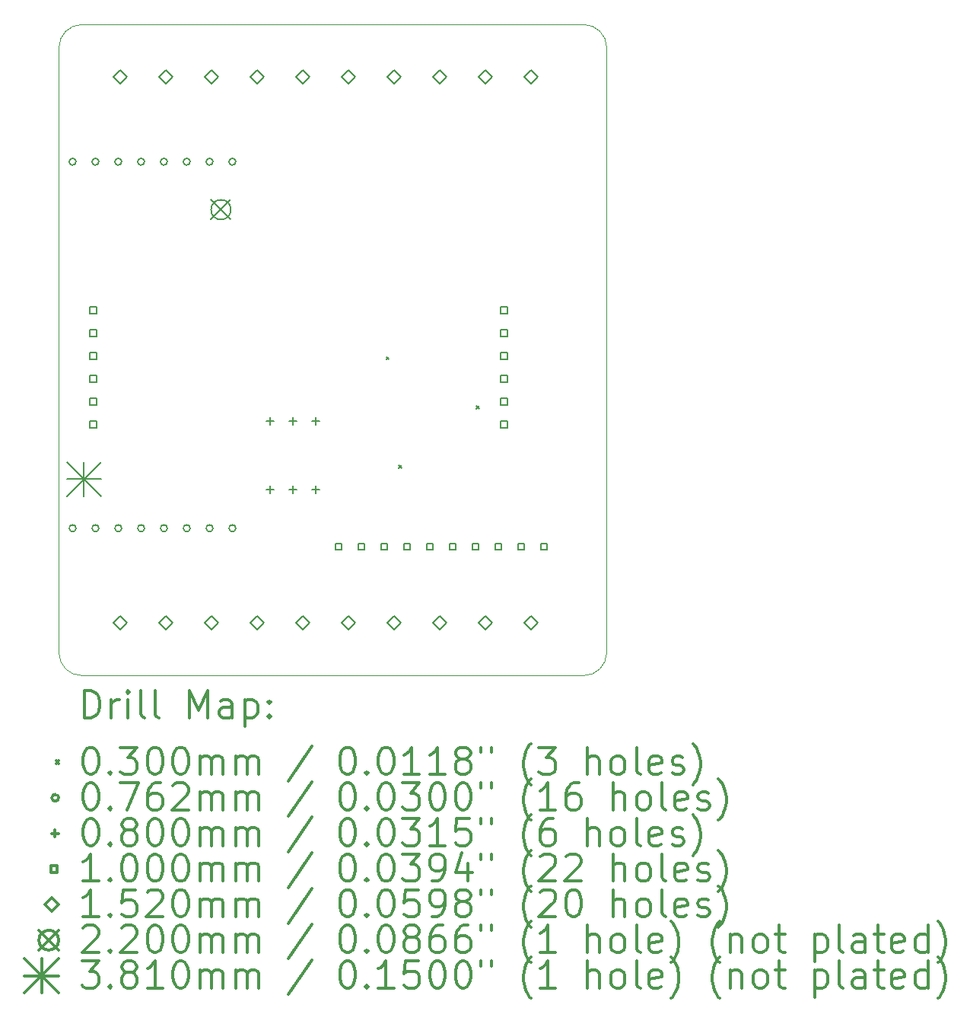
<source format=gbr>
%FSLAX45Y45*%
G04 Gerber Fmt 4.5, Leading zero omitted, Abs format (unit mm)*
G04 Created by KiCad (PCBNEW 5.1.10-88a1d61d58~88~ubuntu20.04.1) date 2021-06-06 19:54:44*
%MOMM*%
%LPD*%
G01*
G04 APERTURE LIST*
%TA.AperFunction,Profile*%
%ADD10C,0.050000*%
%TD*%
%ADD11C,0.200000*%
%ADD12C,0.300000*%
G04 APERTURE END LIST*
D10*
X12192000Y-5461000D02*
G75*
G02*
X12446000Y-5715000I0J-254000D01*
G01*
X12446000Y-12446000D02*
G75*
G02*
X12192000Y-12700000I-254000J0D01*
G01*
X6604000Y-12700000D02*
G75*
G02*
X6350000Y-12446000I0J254000D01*
G01*
X6350000Y-5715000D02*
G75*
G02*
X6604000Y-5461000I254000J0D01*
G01*
X12446000Y-5715000D02*
X12446000Y-12446000D01*
X6604000Y-12700000D02*
X12192000Y-12700000D01*
X6604000Y-5461000D02*
X12192000Y-5461000D01*
X6350000Y-12446000D02*
X6350000Y-5715000D01*
D11*
X9992600Y-9154400D02*
X10022600Y-9184400D01*
X10022600Y-9154400D02*
X9992600Y-9184400D01*
X10133100Y-10360900D02*
X10163100Y-10390900D01*
X10163100Y-10360900D02*
X10133100Y-10390900D01*
X10995900Y-9700500D02*
X11025900Y-9730500D01*
X11025900Y-9700500D02*
X10995900Y-9730500D01*
X6540500Y-6985000D02*
G75*
G03*
X6540500Y-6985000I-38100J0D01*
G01*
X6540500Y-11061700D02*
G75*
G03*
X6540500Y-11061700I-38100J0D01*
G01*
X6794500Y-6985000D02*
G75*
G03*
X6794500Y-6985000I-38100J0D01*
G01*
X6794500Y-11061700D02*
G75*
G03*
X6794500Y-11061700I-38100J0D01*
G01*
X7048500Y-6985000D02*
G75*
G03*
X7048500Y-6985000I-38100J0D01*
G01*
X7048500Y-11061700D02*
G75*
G03*
X7048500Y-11061700I-38100J0D01*
G01*
X7302500Y-6985000D02*
G75*
G03*
X7302500Y-6985000I-38100J0D01*
G01*
X7302500Y-11061700D02*
G75*
G03*
X7302500Y-11061700I-38100J0D01*
G01*
X7556500Y-6985000D02*
G75*
G03*
X7556500Y-6985000I-38100J0D01*
G01*
X7556500Y-11061700D02*
G75*
G03*
X7556500Y-11061700I-38100J0D01*
G01*
X7810500Y-6985000D02*
G75*
G03*
X7810500Y-6985000I-38100J0D01*
G01*
X7810500Y-11061700D02*
G75*
G03*
X7810500Y-11061700I-38100J0D01*
G01*
X8064500Y-6985000D02*
G75*
G03*
X8064500Y-6985000I-38100J0D01*
G01*
X8064500Y-11061700D02*
G75*
G03*
X8064500Y-11061700I-38100J0D01*
G01*
X8318500Y-6985000D02*
G75*
G03*
X8318500Y-6985000I-38100J0D01*
G01*
X8318500Y-11061700D02*
G75*
G03*
X8318500Y-11061700I-38100J0D01*
G01*
X8699500Y-9827900D02*
X8699500Y-9907900D01*
X8659500Y-9867900D02*
X8739500Y-9867900D01*
X8699500Y-10589900D02*
X8699500Y-10669900D01*
X8659500Y-10629900D02*
X8739500Y-10629900D01*
X8953500Y-9827900D02*
X8953500Y-9907900D01*
X8913500Y-9867900D02*
X8993500Y-9867900D01*
X8953500Y-10589900D02*
X8953500Y-10669900D01*
X8913500Y-10629900D02*
X8993500Y-10629900D01*
X9207500Y-9827900D02*
X9207500Y-9907900D01*
X9167500Y-9867900D02*
X9247500Y-9867900D01*
X9207500Y-10589900D02*
X9207500Y-10669900D01*
X9167500Y-10629900D02*
X9247500Y-10629900D01*
X6766356Y-8671356D02*
X6766356Y-8600644D01*
X6695644Y-8600644D01*
X6695644Y-8671356D01*
X6766356Y-8671356D01*
X6766356Y-8925356D02*
X6766356Y-8854644D01*
X6695644Y-8854644D01*
X6695644Y-8925356D01*
X6766356Y-8925356D01*
X6766356Y-9179356D02*
X6766356Y-9108644D01*
X6695644Y-9108644D01*
X6695644Y-9179356D01*
X6766356Y-9179356D01*
X6766356Y-9433356D02*
X6766356Y-9362644D01*
X6695644Y-9362644D01*
X6695644Y-9433356D01*
X6766356Y-9433356D01*
X6766356Y-9687356D02*
X6766356Y-9616644D01*
X6695644Y-9616644D01*
X6695644Y-9687356D01*
X6766356Y-9687356D01*
X6766356Y-9941356D02*
X6766356Y-9870644D01*
X6695644Y-9870644D01*
X6695644Y-9941356D01*
X6766356Y-9941356D01*
X9496856Y-11300256D02*
X9496856Y-11229544D01*
X9426144Y-11229544D01*
X9426144Y-11300256D01*
X9496856Y-11300256D01*
X9750856Y-11300256D02*
X9750856Y-11229544D01*
X9680144Y-11229544D01*
X9680144Y-11300256D01*
X9750856Y-11300256D01*
X10004856Y-11300256D02*
X10004856Y-11229544D01*
X9934144Y-11229544D01*
X9934144Y-11300256D01*
X10004856Y-11300256D01*
X10258856Y-11300256D02*
X10258856Y-11229544D01*
X10188144Y-11229544D01*
X10188144Y-11300256D01*
X10258856Y-11300256D01*
X10512856Y-11300256D02*
X10512856Y-11229544D01*
X10442144Y-11229544D01*
X10442144Y-11300256D01*
X10512856Y-11300256D01*
X10766856Y-11300256D02*
X10766856Y-11229544D01*
X10696144Y-11229544D01*
X10696144Y-11300256D01*
X10766856Y-11300256D01*
X11020856Y-11300256D02*
X11020856Y-11229544D01*
X10950144Y-11229544D01*
X10950144Y-11300256D01*
X11020856Y-11300256D01*
X11274856Y-11300256D02*
X11274856Y-11229544D01*
X11204144Y-11229544D01*
X11204144Y-11300256D01*
X11274856Y-11300256D01*
X11338356Y-8671356D02*
X11338356Y-8600644D01*
X11267644Y-8600644D01*
X11267644Y-8671356D01*
X11338356Y-8671356D01*
X11338356Y-8925356D02*
X11338356Y-8854644D01*
X11267644Y-8854644D01*
X11267644Y-8925356D01*
X11338356Y-8925356D01*
X11338356Y-9179356D02*
X11338356Y-9108644D01*
X11267644Y-9108644D01*
X11267644Y-9179356D01*
X11338356Y-9179356D01*
X11338356Y-9433356D02*
X11338356Y-9362644D01*
X11267644Y-9362644D01*
X11267644Y-9433356D01*
X11338356Y-9433356D01*
X11338356Y-9687356D02*
X11338356Y-9616644D01*
X11267644Y-9616644D01*
X11267644Y-9687356D01*
X11338356Y-9687356D01*
X11338356Y-9941356D02*
X11338356Y-9870644D01*
X11267644Y-9870644D01*
X11267644Y-9941356D01*
X11338356Y-9941356D01*
X11528856Y-11300256D02*
X11528856Y-11229544D01*
X11458144Y-11229544D01*
X11458144Y-11300256D01*
X11528856Y-11300256D01*
X11782856Y-11300256D02*
X11782856Y-11229544D01*
X11712144Y-11229544D01*
X11712144Y-11300256D01*
X11782856Y-11300256D01*
X7035800Y-6121200D02*
X7111800Y-6045200D01*
X7035800Y-5969200D01*
X6959800Y-6045200D01*
X7035800Y-6121200D01*
X7035800Y-12191800D02*
X7111800Y-12115800D01*
X7035800Y-12039800D01*
X6959800Y-12115800D01*
X7035800Y-12191800D01*
X7543800Y-6121200D02*
X7619800Y-6045200D01*
X7543800Y-5969200D01*
X7467800Y-6045200D01*
X7543800Y-6121200D01*
X7543800Y-12191800D02*
X7619800Y-12115800D01*
X7543800Y-12039800D01*
X7467800Y-12115800D01*
X7543800Y-12191800D01*
X8051800Y-6121200D02*
X8127800Y-6045200D01*
X8051800Y-5969200D01*
X7975800Y-6045200D01*
X8051800Y-6121200D01*
X8051800Y-12191800D02*
X8127800Y-12115800D01*
X8051800Y-12039800D01*
X7975800Y-12115800D01*
X8051800Y-12191800D01*
X8559800Y-6121200D02*
X8635800Y-6045200D01*
X8559800Y-5969200D01*
X8483800Y-6045200D01*
X8559800Y-6121200D01*
X8559800Y-12191800D02*
X8635800Y-12115800D01*
X8559800Y-12039800D01*
X8483800Y-12115800D01*
X8559800Y-12191800D01*
X9067800Y-6121200D02*
X9143800Y-6045200D01*
X9067800Y-5969200D01*
X8991800Y-6045200D01*
X9067800Y-6121200D01*
X9067800Y-12191800D02*
X9143800Y-12115800D01*
X9067800Y-12039800D01*
X8991800Y-12115800D01*
X9067800Y-12191800D01*
X9575800Y-6121200D02*
X9651800Y-6045200D01*
X9575800Y-5969200D01*
X9499800Y-6045200D01*
X9575800Y-6121200D01*
X9575800Y-12191800D02*
X9651800Y-12115800D01*
X9575800Y-12039800D01*
X9499800Y-12115800D01*
X9575800Y-12191800D01*
X10083800Y-6121200D02*
X10159800Y-6045200D01*
X10083800Y-5969200D01*
X10007800Y-6045200D01*
X10083800Y-6121200D01*
X10083800Y-12191800D02*
X10159800Y-12115800D01*
X10083800Y-12039800D01*
X10007800Y-12115800D01*
X10083800Y-12191800D01*
X10591800Y-6121200D02*
X10667800Y-6045200D01*
X10591800Y-5969200D01*
X10515800Y-6045200D01*
X10591800Y-6121200D01*
X10591800Y-12191800D02*
X10667800Y-12115800D01*
X10591800Y-12039800D01*
X10515800Y-12115800D01*
X10591800Y-12191800D01*
X11099800Y-6121200D02*
X11175800Y-6045200D01*
X11099800Y-5969200D01*
X11023800Y-6045200D01*
X11099800Y-6121200D01*
X11099800Y-12191800D02*
X11175800Y-12115800D01*
X11099800Y-12039800D01*
X11023800Y-12115800D01*
X11099800Y-12191800D01*
X11607800Y-6121200D02*
X11683800Y-6045200D01*
X11607800Y-5969200D01*
X11531800Y-6045200D01*
X11607800Y-6121200D01*
X11607800Y-12191800D02*
X11683800Y-12115800D01*
X11607800Y-12039800D01*
X11531800Y-12115800D01*
X11607800Y-12191800D01*
X8043400Y-7408400D02*
X8263400Y-7628400D01*
X8263400Y-7408400D02*
X8043400Y-7628400D01*
X8263400Y-7518400D02*
G75*
G03*
X8263400Y-7518400I-110000J0D01*
G01*
X6438900Y-10325100D02*
X6819900Y-10706100D01*
X6819900Y-10325100D02*
X6438900Y-10706100D01*
X6629400Y-10325100D02*
X6629400Y-10706100D01*
X6438900Y-10515600D02*
X6819900Y-10515600D01*
D12*
X6633928Y-13168214D02*
X6633928Y-12868214D01*
X6705357Y-12868214D01*
X6748214Y-12882500D01*
X6776786Y-12911071D01*
X6791071Y-12939643D01*
X6805357Y-12996786D01*
X6805357Y-13039643D01*
X6791071Y-13096786D01*
X6776786Y-13125357D01*
X6748214Y-13153929D01*
X6705357Y-13168214D01*
X6633928Y-13168214D01*
X6933928Y-13168214D02*
X6933928Y-12968214D01*
X6933928Y-13025357D02*
X6948214Y-12996786D01*
X6962500Y-12982500D01*
X6991071Y-12968214D01*
X7019643Y-12968214D01*
X7119643Y-13168214D02*
X7119643Y-12968214D01*
X7119643Y-12868214D02*
X7105357Y-12882500D01*
X7119643Y-12896786D01*
X7133928Y-12882500D01*
X7119643Y-12868214D01*
X7119643Y-12896786D01*
X7305357Y-13168214D02*
X7276786Y-13153929D01*
X7262500Y-13125357D01*
X7262500Y-12868214D01*
X7462500Y-13168214D02*
X7433928Y-13153929D01*
X7419643Y-13125357D01*
X7419643Y-12868214D01*
X7805357Y-13168214D02*
X7805357Y-12868214D01*
X7905357Y-13082500D01*
X8005357Y-12868214D01*
X8005357Y-13168214D01*
X8276786Y-13168214D02*
X8276786Y-13011071D01*
X8262500Y-12982500D01*
X8233928Y-12968214D01*
X8176786Y-12968214D01*
X8148214Y-12982500D01*
X8276786Y-13153929D02*
X8248214Y-13168214D01*
X8176786Y-13168214D01*
X8148214Y-13153929D01*
X8133928Y-13125357D01*
X8133928Y-13096786D01*
X8148214Y-13068214D01*
X8176786Y-13053929D01*
X8248214Y-13053929D01*
X8276786Y-13039643D01*
X8419643Y-12968214D02*
X8419643Y-13268214D01*
X8419643Y-12982500D02*
X8448214Y-12968214D01*
X8505357Y-12968214D01*
X8533928Y-12982500D01*
X8548214Y-12996786D01*
X8562500Y-13025357D01*
X8562500Y-13111071D01*
X8548214Y-13139643D01*
X8533928Y-13153929D01*
X8505357Y-13168214D01*
X8448214Y-13168214D01*
X8419643Y-13153929D01*
X8691071Y-13139643D02*
X8705357Y-13153929D01*
X8691071Y-13168214D01*
X8676786Y-13153929D01*
X8691071Y-13139643D01*
X8691071Y-13168214D01*
X8691071Y-12982500D02*
X8705357Y-12996786D01*
X8691071Y-13011071D01*
X8676786Y-12996786D01*
X8691071Y-12982500D01*
X8691071Y-13011071D01*
X6317500Y-13647500D02*
X6347500Y-13677500D01*
X6347500Y-13647500D02*
X6317500Y-13677500D01*
X6691071Y-13498214D02*
X6719643Y-13498214D01*
X6748214Y-13512500D01*
X6762500Y-13526786D01*
X6776786Y-13555357D01*
X6791071Y-13612500D01*
X6791071Y-13683929D01*
X6776786Y-13741071D01*
X6762500Y-13769643D01*
X6748214Y-13783929D01*
X6719643Y-13798214D01*
X6691071Y-13798214D01*
X6662500Y-13783929D01*
X6648214Y-13769643D01*
X6633928Y-13741071D01*
X6619643Y-13683929D01*
X6619643Y-13612500D01*
X6633928Y-13555357D01*
X6648214Y-13526786D01*
X6662500Y-13512500D01*
X6691071Y-13498214D01*
X6919643Y-13769643D02*
X6933928Y-13783929D01*
X6919643Y-13798214D01*
X6905357Y-13783929D01*
X6919643Y-13769643D01*
X6919643Y-13798214D01*
X7033928Y-13498214D02*
X7219643Y-13498214D01*
X7119643Y-13612500D01*
X7162500Y-13612500D01*
X7191071Y-13626786D01*
X7205357Y-13641071D01*
X7219643Y-13669643D01*
X7219643Y-13741071D01*
X7205357Y-13769643D01*
X7191071Y-13783929D01*
X7162500Y-13798214D01*
X7076786Y-13798214D01*
X7048214Y-13783929D01*
X7033928Y-13769643D01*
X7405357Y-13498214D02*
X7433928Y-13498214D01*
X7462500Y-13512500D01*
X7476786Y-13526786D01*
X7491071Y-13555357D01*
X7505357Y-13612500D01*
X7505357Y-13683929D01*
X7491071Y-13741071D01*
X7476786Y-13769643D01*
X7462500Y-13783929D01*
X7433928Y-13798214D01*
X7405357Y-13798214D01*
X7376786Y-13783929D01*
X7362500Y-13769643D01*
X7348214Y-13741071D01*
X7333928Y-13683929D01*
X7333928Y-13612500D01*
X7348214Y-13555357D01*
X7362500Y-13526786D01*
X7376786Y-13512500D01*
X7405357Y-13498214D01*
X7691071Y-13498214D02*
X7719643Y-13498214D01*
X7748214Y-13512500D01*
X7762500Y-13526786D01*
X7776786Y-13555357D01*
X7791071Y-13612500D01*
X7791071Y-13683929D01*
X7776786Y-13741071D01*
X7762500Y-13769643D01*
X7748214Y-13783929D01*
X7719643Y-13798214D01*
X7691071Y-13798214D01*
X7662500Y-13783929D01*
X7648214Y-13769643D01*
X7633928Y-13741071D01*
X7619643Y-13683929D01*
X7619643Y-13612500D01*
X7633928Y-13555357D01*
X7648214Y-13526786D01*
X7662500Y-13512500D01*
X7691071Y-13498214D01*
X7919643Y-13798214D02*
X7919643Y-13598214D01*
X7919643Y-13626786D02*
X7933928Y-13612500D01*
X7962500Y-13598214D01*
X8005357Y-13598214D01*
X8033928Y-13612500D01*
X8048214Y-13641071D01*
X8048214Y-13798214D01*
X8048214Y-13641071D02*
X8062500Y-13612500D01*
X8091071Y-13598214D01*
X8133928Y-13598214D01*
X8162500Y-13612500D01*
X8176786Y-13641071D01*
X8176786Y-13798214D01*
X8319643Y-13798214D02*
X8319643Y-13598214D01*
X8319643Y-13626786D02*
X8333928Y-13612500D01*
X8362500Y-13598214D01*
X8405357Y-13598214D01*
X8433928Y-13612500D01*
X8448214Y-13641071D01*
X8448214Y-13798214D01*
X8448214Y-13641071D02*
X8462500Y-13612500D01*
X8491071Y-13598214D01*
X8533928Y-13598214D01*
X8562500Y-13612500D01*
X8576786Y-13641071D01*
X8576786Y-13798214D01*
X9162500Y-13483929D02*
X8905357Y-13869643D01*
X9548214Y-13498214D02*
X9576786Y-13498214D01*
X9605357Y-13512500D01*
X9619643Y-13526786D01*
X9633928Y-13555357D01*
X9648214Y-13612500D01*
X9648214Y-13683929D01*
X9633928Y-13741071D01*
X9619643Y-13769643D01*
X9605357Y-13783929D01*
X9576786Y-13798214D01*
X9548214Y-13798214D01*
X9519643Y-13783929D01*
X9505357Y-13769643D01*
X9491071Y-13741071D01*
X9476786Y-13683929D01*
X9476786Y-13612500D01*
X9491071Y-13555357D01*
X9505357Y-13526786D01*
X9519643Y-13512500D01*
X9548214Y-13498214D01*
X9776786Y-13769643D02*
X9791071Y-13783929D01*
X9776786Y-13798214D01*
X9762500Y-13783929D01*
X9776786Y-13769643D01*
X9776786Y-13798214D01*
X9976786Y-13498214D02*
X10005357Y-13498214D01*
X10033928Y-13512500D01*
X10048214Y-13526786D01*
X10062500Y-13555357D01*
X10076786Y-13612500D01*
X10076786Y-13683929D01*
X10062500Y-13741071D01*
X10048214Y-13769643D01*
X10033928Y-13783929D01*
X10005357Y-13798214D01*
X9976786Y-13798214D01*
X9948214Y-13783929D01*
X9933928Y-13769643D01*
X9919643Y-13741071D01*
X9905357Y-13683929D01*
X9905357Y-13612500D01*
X9919643Y-13555357D01*
X9933928Y-13526786D01*
X9948214Y-13512500D01*
X9976786Y-13498214D01*
X10362500Y-13798214D02*
X10191071Y-13798214D01*
X10276786Y-13798214D02*
X10276786Y-13498214D01*
X10248214Y-13541071D01*
X10219643Y-13569643D01*
X10191071Y-13583929D01*
X10648214Y-13798214D02*
X10476786Y-13798214D01*
X10562500Y-13798214D02*
X10562500Y-13498214D01*
X10533928Y-13541071D01*
X10505357Y-13569643D01*
X10476786Y-13583929D01*
X10819643Y-13626786D02*
X10791071Y-13612500D01*
X10776786Y-13598214D01*
X10762500Y-13569643D01*
X10762500Y-13555357D01*
X10776786Y-13526786D01*
X10791071Y-13512500D01*
X10819643Y-13498214D01*
X10876786Y-13498214D01*
X10905357Y-13512500D01*
X10919643Y-13526786D01*
X10933928Y-13555357D01*
X10933928Y-13569643D01*
X10919643Y-13598214D01*
X10905357Y-13612500D01*
X10876786Y-13626786D01*
X10819643Y-13626786D01*
X10791071Y-13641071D01*
X10776786Y-13655357D01*
X10762500Y-13683929D01*
X10762500Y-13741071D01*
X10776786Y-13769643D01*
X10791071Y-13783929D01*
X10819643Y-13798214D01*
X10876786Y-13798214D01*
X10905357Y-13783929D01*
X10919643Y-13769643D01*
X10933928Y-13741071D01*
X10933928Y-13683929D01*
X10919643Y-13655357D01*
X10905357Y-13641071D01*
X10876786Y-13626786D01*
X11048214Y-13498214D02*
X11048214Y-13555357D01*
X11162500Y-13498214D02*
X11162500Y-13555357D01*
X11605357Y-13912500D02*
X11591071Y-13898214D01*
X11562500Y-13855357D01*
X11548214Y-13826786D01*
X11533928Y-13783929D01*
X11519643Y-13712500D01*
X11519643Y-13655357D01*
X11533928Y-13583929D01*
X11548214Y-13541071D01*
X11562500Y-13512500D01*
X11591071Y-13469643D01*
X11605357Y-13455357D01*
X11691071Y-13498214D02*
X11876786Y-13498214D01*
X11776786Y-13612500D01*
X11819643Y-13612500D01*
X11848214Y-13626786D01*
X11862500Y-13641071D01*
X11876786Y-13669643D01*
X11876786Y-13741071D01*
X11862500Y-13769643D01*
X11848214Y-13783929D01*
X11819643Y-13798214D01*
X11733928Y-13798214D01*
X11705357Y-13783929D01*
X11691071Y-13769643D01*
X12233928Y-13798214D02*
X12233928Y-13498214D01*
X12362500Y-13798214D02*
X12362500Y-13641071D01*
X12348214Y-13612500D01*
X12319643Y-13598214D01*
X12276786Y-13598214D01*
X12248214Y-13612500D01*
X12233928Y-13626786D01*
X12548214Y-13798214D02*
X12519643Y-13783929D01*
X12505357Y-13769643D01*
X12491071Y-13741071D01*
X12491071Y-13655357D01*
X12505357Y-13626786D01*
X12519643Y-13612500D01*
X12548214Y-13598214D01*
X12591071Y-13598214D01*
X12619643Y-13612500D01*
X12633928Y-13626786D01*
X12648214Y-13655357D01*
X12648214Y-13741071D01*
X12633928Y-13769643D01*
X12619643Y-13783929D01*
X12591071Y-13798214D01*
X12548214Y-13798214D01*
X12819643Y-13798214D02*
X12791071Y-13783929D01*
X12776786Y-13755357D01*
X12776786Y-13498214D01*
X13048214Y-13783929D02*
X13019643Y-13798214D01*
X12962500Y-13798214D01*
X12933928Y-13783929D01*
X12919643Y-13755357D01*
X12919643Y-13641071D01*
X12933928Y-13612500D01*
X12962500Y-13598214D01*
X13019643Y-13598214D01*
X13048214Y-13612500D01*
X13062500Y-13641071D01*
X13062500Y-13669643D01*
X12919643Y-13698214D01*
X13176786Y-13783929D02*
X13205357Y-13798214D01*
X13262500Y-13798214D01*
X13291071Y-13783929D01*
X13305357Y-13755357D01*
X13305357Y-13741071D01*
X13291071Y-13712500D01*
X13262500Y-13698214D01*
X13219643Y-13698214D01*
X13191071Y-13683929D01*
X13176786Y-13655357D01*
X13176786Y-13641071D01*
X13191071Y-13612500D01*
X13219643Y-13598214D01*
X13262500Y-13598214D01*
X13291071Y-13612500D01*
X13405357Y-13912500D02*
X13419643Y-13898214D01*
X13448214Y-13855357D01*
X13462500Y-13826786D01*
X13476786Y-13783929D01*
X13491071Y-13712500D01*
X13491071Y-13655357D01*
X13476786Y-13583929D01*
X13462500Y-13541071D01*
X13448214Y-13512500D01*
X13419643Y-13469643D01*
X13405357Y-13455357D01*
X6347500Y-14058500D02*
G75*
G03*
X6347500Y-14058500I-38100J0D01*
G01*
X6691071Y-13894214D02*
X6719643Y-13894214D01*
X6748214Y-13908500D01*
X6762500Y-13922786D01*
X6776786Y-13951357D01*
X6791071Y-14008500D01*
X6791071Y-14079929D01*
X6776786Y-14137071D01*
X6762500Y-14165643D01*
X6748214Y-14179929D01*
X6719643Y-14194214D01*
X6691071Y-14194214D01*
X6662500Y-14179929D01*
X6648214Y-14165643D01*
X6633928Y-14137071D01*
X6619643Y-14079929D01*
X6619643Y-14008500D01*
X6633928Y-13951357D01*
X6648214Y-13922786D01*
X6662500Y-13908500D01*
X6691071Y-13894214D01*
X6919643Y-14165643D02*
X6933928Y-14179929D01*
X6919643Y-14194214D01*
X6905357Y-14179929D01*
X6919643Y-14165643D01*
X6919643Y-14194214D01*
X7033928Y-13894214D02*
X7233928Y-13894214D01*
X7105357Y-14194214D01*
X7476786Y-13894214D02*
X7419643Y-13894214D01*
X7391071Y-13908500D01*
X7376786Y-13922786D01*
X7348214Y-13965643D01*
X7333928Y-14022786D01*
X7333928Y-14137071D01*
X7348214Y-14165643D01*
X7362500Y-14179929D01*
X7391071Y-14194214D01*
X7448214Y-14194214D01*
X7476786Y-14179929D01*
X7491071Y-14165643D01*
X7505357Y-14137071D01*
X7505357Y-14065643D01*
X7491071Y-14037071D01*
X7476786Y-14022786D01*
X7448214Y-14008500D01*
X7391071Y-14008500D01*
X7362500Y-14022786D01*
X7348214Y-14037071D01*
X7333928Y-14065643D01*
X7619643Y-13922786D02*
X7633928Y-13908500D01*
X7662500Y-13894214D01*
X7733928Y-13894214D01*
X7762500Y-13908500D01*
X7776786Y-13922786D01*
X7791071Y-13951357D01*
X7791071Y-13979929D01*
X7776786Y-14022786D01*
X7605357Y-14194214D01*
X7791071Y-14194214D01*
X7919643Y-14194214D02*
X7919643Y-13994214D01*
X7919643Y-14022786D02*
X7933928Y-14008500D01*
X7962500Y-13994214D01*
X8005357Y-13994214D01*
X8033928Y-14008500D01*
X8048214Y-14037071D01*
X8048214Y-14194214D01*
X8048214Y-14037071D02*
X8062500Y-14008500D01*
X8091071Y-13994214D01*
X8133928Y-13994214D01*
X8162500Y-14008500D01*
X8176786Y-14037071D01*
X8176786Y-14194214D01*
X8319643Y-14194214D02*
X8319643Y-13994214D01*
X8319643Y-14022786D02*
X8333928Y-14008500D01*
X8362500Y-13994214D01*
X8405357Y-13994214D01*
X8433928Y-14008500D01*
X8448214Y-14037071D01*
X8448214Y-14194214D01*
X8448214Y-14037071D02*
X8462500Y-14008500D01*
X8491071Y-13994214D01*
X8533928Y-13994214D01*
X8562500Y-14008500D01*
X8576786Y-14037071D01*
X8576786Y-14194214D01*
X9162500Y-13879929D02*
X8905357Y-14265643D01*
X9548214Y-13894214D02*
X9576786Y-13894214D01*
X9605357Y-13908500D01*
X9619643Y-13922786D01*
X9633928Y-13951357D01*
X9648214Y-14008500D01*
X9648214Y-14079929D01*
X9633928Y-14137071D01*
X9619643Y-14165643D01*
X9605357Y-14179929D01*
X9576786Y-14194214D01*
X9548214Y-14194214D01*
X9519643Y-14179929D01*
X9505357Y-14165643D01*
X9491071Y-14137071D01*
X9476786Y-14079929D01*
X9476786Y-14008500D01*
X9491071Y-13951357D01*
X9505357Y-13922786D01*
X9519643Y-13908500D01*
X9548214Y-13894214D01*
X9776786Y-14165643D02*
X9791071Y-14179929D01*
X9776786Y-14194214D01*
X9762500Y-14179929D01*
X9776786Y-14165643D01*
X9776786Y-14194214D01*
X9976786Y-13894214D02*
X10005357Y-13894214D01*
X10033928Y-13908500D01*
X10048214Y-13922786D01*
X10062500Y-13951357D01*
X10076786Y-14008500D01*
X10076786Y-14079929D01*
X10062500Y-14137071D01*
X10048214Y-14165643D01*
X10033928Y-14179929D01*
X10005357Y-14194214D01*
X9976786Y-14194214D01*
X9948214Y-14179929D01*
X9933928Y-14165643D01*
X9919643Y-14137071D01*
X9905357Y-14079929D01*
X9905357Y-14008500D01*
X9919643Y-13951357D01*
X9933928Y-13922786D01*
X9948214Y-13908500D01*
X9976786Y-13894214D01*
X10176786Y-13894214D02*
X10362500Y-13894214D01*
X10262500Y-14008500D01*
X10305357Y-14008500D01*
X10333928Y-14022786D01*
X10348214Y-14037071D01*
X10362500Y-14065643D01*
X10362500Y-14137071D01*
X10348214Y-14165643D01*
X10333928Y-14179929D01*
X10305357Y-14194214D01*
X10219643Y-14194214D01*
X10191071Y-14179929D01*
X10176786Y-14165643D01*
X10548214Y-13894214D02*
X10576786Y-13894214D01*
X10605357Y-13908500D01*
X10619643Y-13922786D01*
X10633928Y-13951357D01*
X10648214Y-14008500D01*
X10648214Y-14079929D01*
X10633928Y-14137071D01*
X10619643Y-14165643D01*
X10605357Y-14179929D01*
X10576786Y-14194214D01*
X10548214Y-14194214D01*
X10519643Y-14179929D01*
X10505357Y-14165643D01*
X10491071Y-14137071D01*
X10476786Y-14079929D01*
X10476786Y-14008500D01*
X10491071Y-13951357D01*
X10505357Y-13922786D01*
X10519643Y-13908500D01*
X10548214Y-13894214D01*
X10833928Y-13894214D02*
X10862500Y-13894214D01*
X10891071Y-13908500D01*
X10905357Y-13922786D01*
X10919643Y-13951357D01*
X10933928Y-14008500D01*
X10933928Y-14079929D01*
X10919643Y-14137071D01*
X10905357Y-14165643D01*
X10891071Y-14179929D01*
X10862500Y-14194214D01*
X10833928Y-14194214D01*
X10805357Y-14179929D01*
X10791071Y-14165643D01*
X10776786Y-14137071D01*
X10762500Y-14079929D01*
X10762500Y-14008500D01*
X10776786Y-13951357D01*
X10791071Y-13922786D01*
X10805357Y-13908500D01*
X10833928Y-13894214D01*
X11048214Y-13894214D02*
X11048214Y-13951357D01*
X11162500Y-13894214D02*
X11162500Y-13951357D01*
X11605357Y-14308500D02*
X11591071Y-14294214D01*
X11562500Y-14251357D01*
X11548214Y-14222786D01*
X11533928Y-14179929D01*
X11519643Y-14108500D01*
X11519643Y-14051357D01*
X11533928Y-13979929D01*
X11548214Y-13937071D01*
X11562500Y-13908500D01*
X11591071Y-13865643D01*
X11605357Y-13851357D01*
X11876786Y-14194214D02*
X11705357Y-14194214D01*
X11791071Y-14194214D02*
X11791071Y-13894214D01*
X11762500Y-13937071D01*
X11733928Y-13965643D01*
X11705357Y-13979929D01*
X12133928Y-13894214D02*
X12076786Y-13894214D01*
X12048214Y-13908500D01*
X12033928Y-13922786D01*
X12005357Y-13965643D01*
X11991071Y-14022786D01*
X11991071Y-14137071D01*
X12005357Y-14165643D01*
X12019643Y-14179929D01*
X12048214Y-14194214D01*
X12105357Y-14194214D01*
X12133928Y-14179929D01*
X12148214Y-14165643D01*
X12162500Y-14137071D01*
X12162500Y-14065643D01*
X12148214Y-14037071D01*
X12133928Y-14022786D01*
X12105357Y-14008500D01*
X12048214Y-14008500D01*
X12019643Y-14022786D01*
X12005357Y-14037071D01*
X11991071Y-14065643D01*
X12519643Y-14194214D02*
X12519643Y-13894214D01*
X12648214Y-14194214D02*
X12648214Y-14037071D01*
X12633928Y-14008500D01*
X12605357Y-13994214D01*
X12562500Y-13994214D01*
X12533928Y-14008500D01*
X12519643Y-14022786D01*
X12833928Y-14194214D02*
X12805357Y-14179929D01*
X12791071Y-14165643D01*
X12776786Y-14137071D01*
X12776786Y-14051357D01*
X12791071Y-14022786D01*
X12805357Y-14008500D01*
X12833928Y-13994214D01*
X12876786Y-13994214D01*
X12905357Y-14008500D01*
X12919643Y-14022786D01*
X12933928Y-14051357D01*
X12933928Y-14137071D01*
X12919643Y-14165643D01*
X12905357Y-14179929D01*
X12876786Y-14194214D01*
X12833928Y-14194214D01*
X13105357Y-14194214D02*
X13076786Y-14179929D01*
X13062500Y-14151357D01*
X13062500Y-13894214D01*
X13333928Y-14179929D02*
X13305357Y-14194214D01*
X13248214Y-14194214D01*
X13219643Y-14179929D01*
X13205357Y-14151357D01*
X13205357Y-14037071D01*
X13219643Y-14008500D01*
X13248214Y-13994214D01*
X13305357Y-13994214D01*
X13333928Y-14008500D01*
X13348214Y-14037071D01*
X13348214Y-14065643D01*
X13205357Y-14094214D01*
X13462500Y-14179929D02*
X13491071Y-14194214D01*
X13548214Y-14194214D01*
X13576786Y-14179929D01*
X13591071Y-14151357D01*
X13591071Y-14137071D01*
X13576786Y-14108500D01*
X13548214Y-14094214D01*
X13505357Y-14094214D01*
X13476786Y-14079929D01*
X13462500Y-14051357D01*
X13462500Y-14037071D01*
X13476786Y-14008500D01*
X13505357Y-13994214D01*
X13548214Y-13994214D01*
X13576786Y-14008500D01*
X13691071Y-14308500D02*
X13705357Y-14294214D01*
X13733928Y-14251357D01*
X13748214Y-14222786D01*
X13762500Y-14179929D01*
X13776786Y-14108500D01*
X13776786Y-14051357D01*
X13762500Y-13979929D01*
X13748214Y-13937071D01*
X13733928Y-13908500D01*
X13705357Y-13865643D01*
X13691071Y-13851357D01*
X6307500Y-14414500D02*
X6307500Y-14494500D01*
X6267500Y-14454500D02*
X6347500Y-14454500D01*
X6691071Y-14290214D02*
X6719643Y-14290214D01*
X6748214Y-14304500D01*
X6762500Y-14318786D01*
X6776786Y-14347357D01*
X6791071Y-14404500D01*
X6791071Y-14475929D01*
X6776786Y-14533071D01*
X6762500Y-14561643D01*
X6748214Y-14575929D01*
X6719643Y-14590214D01*
X6691071Y-14590214D01*
X6662500Y-14575929D01*
X6648214Y-14561643D01*
X6633928Y-14533071D01*
X6619643Y-14475929D01*
X6619643Y-14404500D01*
X6633928Y-14347357D01*
X6648214Y-14318786D01*
X6662500Y-14304500D01*
X6691071Y-14290214D01*
X6919643Y-14561643D02*
X6933928Y-14575929D01*
X6919643Y-14590214D01*
X6905357Y-14575929D01*
X6919643Y-14561643D01*
X6919643Y-14590214D01*
X7105357Y-14418786D02*
X7076786Y-14404500D01*
X7062500Y-14390214D01*
X7048214Y-14361643D01*
X7048214Y-14347357D01*
X7062500Y-14318786D01*
X7076786Y-14304500D01*
X7105357Y-14290214D01*
X7162500Y-14290214D01*
X7191071Y-14304500D01*
X7205357Y-14318786D01*
X7219643Y-14347357D01*
X7219643Y-14361643D01*
X7205357Y-14390214D01*
X7191071Y-14404500D01*
X7162500Y-14418786D01*
X7105357Y-14418786D01*
X7076786Y-14433071D01*
X7062500Y-14447357D01*
X7048214Y-14475929D01*
X7048214Y-14533071D01*
X7062500Y-14561643D01*
X7076786Y-14575929D01*
X7105357Y-14590214D01*
X7162500Y-14590214D01*
X7191071Y-14575929D01*
X7205357Y-14561643D01*
X7219643Y-14533071D01*
X7219643Y-14475929D01*
X7205357Y-14447357D01*
X7191071Y-14433071D01*
X7162500Y-14418786D01*
X7405357Y-14290214D02*
X7433928Y-14290214D01*
X7462500Y-14304500D01*
X7476786Y-14318786D01*
X7491071Y-14347357D01*
X7505357Y-14404500D01*
X7505357Y-14475929D01*
X7491071Y-14533071D01*
X7476786Y-14561643D01*
X7462500Y-14575929D01*
X7433928Y-14590214D01*
X7405357Y-14590214D01*
X7376786Y-14575929D01*
X7362500Y-14561643D01*
X7348214Y-14533071D01*
X7333928Y-14475929D01*
X7333928Y-14404500D01*
X7348214Y-14347357D01*
X7362500Y-14318786D01*
X7376786Y-14304500D01*
X7405357Y-14290214D01*
X7691071Y-14290214D02*
X7719643Y-14290214D01*
X7748214Y-14304500D01*
X7762500Y-14318786D01*
X7776786Y-14347357D01*
X7791071Y-14404500D01*
X7791071Y-14475929D01*
X7776786Y-14533071D01*
X7762500Y-14561643D01*
X7748214Y-14575929D01*
X7719643Y-14590214D01*
X7691071Y-14590214D01*
X7662500Y-14575929D01*
X7648214Y-14561643D01*
X7633928Y-14533071D01*
X7619643Y-14475929D01*
X7619643Y-14404500D01*
X7633928Y-14347357D01*
X7648214Y-14318786D01*
X7662500Y-14304500D01*
X7691071Y-14290214D01*
X7919643Y-14590214D02*
X7919643Y-14390214D01*
X7919643Y-14418786D02*
X7933928Y-14404500D01*
X7962500Y-14390214D01*
X8005357Y-14390214D01*
X8033928Y-14404500D01*
X8048214Y-14433071D01*
X8048214Y-14590214D01*
X8048214Y-14433071D02*
X8062500Y-14404500D01*
X8091071Y-14390214D01*
X8133928Y-14390214D01*
X8162500Y-14404500D01*
X8176786Y-14433071D01*
X8176786Y-14590214D01*
X8319643Y-14590214D02*
X8319643Y-14390214D01*
X8319643Y-14418786D02*
X8333928Y-14404500D01*
X8362500Y-14390214D01*
X8405357Y-14390214D01*
X8433928Y-14404500D01*
X8448214Y-14433071D01*
X8448214Y-14590214D01*
X8448214Y-14433071D02*
X8462500Y-14404500D01*
X8491071Y-14390214D01*
X8533928Y-14390214D01*
X8562500Y-14404500D01*
X8576786Y-14433071D01*
X8576786Y-14590214D01*
X9162500Y-14275929D02*
X8905357Y-14661643D01*
X9548214Y-14290214D02*
X9576786Y-14290214D01*
X9605357Y-14304500D01*
X9619643Y-14318786D01*
X9633928Y-14347357D01*
X9648214Y-14404500D01*
X9648214Y-14475929D01*
X9633928Y-14533071D01*
X9619643Y-14561643D01*
X9605357Y-14575929D01*
X9576786Y-14590214D01*
X9548214Y-14590214D01*
X9519643Y-14575929D01*
X9505357Y-14561643D01*
X9491071Y-14533071D01*
X9476786Y-14475929D01*
X9476786Y-14404500D01*
X9491071Y-14347357D01*
X9505357Y-14318786D01*
X9519643Y-14304500D01*
X9548214Y-14290214D01*
X9776786Y-14561643D02*
X9791071Y-14575929D01*
X9776786Y-14590214D01*
X9762500Y-14575929D01*
X9776786Y-14561643D01*
X9776786Y-14590214D01*
X9976786Y-14290214D02*
X10005357Y-14290214D01*
X10033928Y-14304500D01*
X10048214Y-14318786D01*
X10062500Y-14347357D01*
X10076786Y-14404500D01*
X10076786Y-14475929D01*
X10062500Y-14533071D01*
X10048214Y-14561643D01*
X10033928Y-14575929D01*
X10005357Y-14590214D01*
X9976786Y-14590214D01*
X9948214Y-14575929D01*
X9933928Y-14561643D01*
X9919643Y-14533071D01*
X9905357Y-14475929D01*
X9905357Y-14404500D01*
X9919643Y-14347357D01*
X9933928Y-14318786D01*
X9948214Y-14304500D01*
X9976786Y-14290214D01*
X10176786Y-14290214D02*
X10362500Y-14290214D01*
X10262500Y-14404500D01*
X10305357Y-14404500D01*
X10333928Y-14418786D01*
X10348214Y-14433071D01*
X10362500Y-14461643D01*
X10362500Y-14533071D01*
X10348214Y-14561643D01*
X10333928Y-14575929D01*
X10305357Y-14590214D01*
X10219643Y-14590214D01*
X10191071Y-14575929D01*
X10176786Y-14561643D01*
X10648214Y-14590214D02*
X10476786Y-14590214D01*
X10562500Y-14590214D02*
X10562500Y-14290214D01*
X10533928Y-14333071D01*
X10505357Y-14361643D01*
X10476786Y-14375929D01*
X10919643Y-14290214D02*
X10776786Y-14290214D01*
X10762500Y-14433071D01*
X10776786Y-14418786D01*
X10805357Y-14404500D01*
X10876786Y-14404500D01*
X10905357Y-14418786D01*
X10919643Y-14433071D01*
X10933928Y-14461643D01*
X10933928Y-14533071D01*
X10919643Y-14561643D01*
X10905357Y-14575929D01*
X10876786Y-14590214D01*
X10805357Y-14590214D01*
X10776786Y-14575929D01*
X10762500Y-14561643D01*
X11048214Y-14290214D02*
X11048214Y-14347357D01*
X11162500Y-14290214D02*
X11162500Y-14347357D01*
X11605357Y-14704500D02*
X11591071Y-14690214D01*
X11562500Y-14647357D01*
X11548214Y-14618786D01*
X11533928Y-14575929D01*
X11519643Y-14504500D01*
X11519643Y-14447357D01*
X11533928Y-14375929D01*
X11548214Y-14333071D01*
X11562500Y-14304500D01*
X11591071Y-14261643D01*
X11605357Y-14247357D01*
X11848214Y-14290214D02*
X11791071Y-14290214D01*
X11762500Y-14304500D01*
X11748214Y-14318786D01*
X11719643Y-14361643D01*
X11705357Y-14418786D01*
X11705357Y-14533071D01*
X11719643Y-14561643D01*
X11733928Y-14575929D01*
X11762500Y-14590214D01*
X11819643Y-14590214D01*
X11848214Y-14575929D01*
X11862500Y-14561643D01*
X11876786Y-14533071D01*
X11876786Y-14461643D01*
X11862500Y-14433071D01*
X11848214Y-14418786D01*
X11819643Y-14404500D01*
X11762500Y-14404500D01*
X11733928Y-14418786D01*
X11719643Y-14433071D01*
X11705357Y-14461643D01*
X12233928Y-14590214D02*
X12233928Y-14290214D01*
X12362500Y-14590214D02*
X12362500Y-14433071D01*
X12348214Y-14404500D01*
X12319643Y-14390214D01*
X12276786Y-14390214D01*
X12248214Y-14404500D01*
X12233928Y-14418786D01*
X12548214Y-14590214D02*
X12519643Y-14575929D01*
X12505357Y-14561643D01*
X12491071Y-14533071D01*
X12491071Y-14447357D01*
X12505357Y-14418786D01*
X12519643Y-14404500D01*
X12548214Y-14390214D01*
X12591071Y-14390214D01*
X12619643Y-14404500D01*
X12633928Y-14418786D01*
X12648214Y-14447357D01*
X12648214Y-14533071D01*
X12633928Y-14561643D01*
X12619643Y-14575929D01*
X12591071Y-14590214D01*
X12548214Y-14590214D01*
X12819643Y-14590214D02*
X12791071Y-14575929D01*
X12776786Y-14547357D01*
X12776786Y-14290214D01*
X13048214Y-14575929D02*
X13019643Y-14590214D01*
X12962500Y-14590214D01*
X12933928Y-14575929D01*
X12919643Y-14547357D01*
X12919643Y-14433071D01*
X12933928Y-14404500D01*
X12962500Y-14390214D01*
X13019643Y-14390214D01*
X13048214Y-14404500D01*
X13062500Y-14433071D01*
X13062500Y-14461643D01*
X12919643Y-14490214D01*
X13176786Y-14575929D02*
X13205357Y-14590214D01*
X13262500Y-14590214D01*
X13291071Y-14575929D01*
X13305357Y-14547357D01*
X13305357Y-14533071D01*
X13291071Y-14504500D01*
X13262500Y-14490214D01*
X13219643Y-14490214D01*
X13191071Y-14475929D01*
X13176786Y-14447357D01*
X13176786Y-14433071D01*
X13191071Y-14404500D01*
X13219643Y-14390214D01*
X13262500Y-14390214D01*
X13291071Y-14404500D01*
X13405357Y-14704500D02*
X13419643Y-14690214D01*
X13448214Y-14647357D01*
X13462500Y-14618786D01*
X13476786Y-14575929D01*
X13491071Y-14504500D01*
X13491071Y-14447357D01*
X13476786Y-14375929D01*
X13462500Y-14333071D01*
X13448214Y-14304500D01*
X13419643Y-14261643D01*
X13405357Y-14247357D01*
X6332856Y-14885856D02*
X6332856Y-14815144D01*
X6262144Y-14815144D01*
X6262144Y-14885856D01*
X6332856Y-14885856D01*
X6791071Y-14986214D02*
X6619643Y-14986214D01*
X6705357Y-14986214D02*
X6705357Y-14686214D01*
X6676786Y-14729071D01*
X6648214Y-14757643D01*
X6619643Y-14771929D01*
X6919643Y-14957643D02*
X6933928Y-14971929D01*
X6919643Y-14986214D01*
X6905357Y-14971929D01*
X6919643Y-14957643D01*
X6919643Y-14986214D01*
X7119643Y-14686214D02*
X7148214Y-14686214D01*
X7176786Y-14700500D01*
X7191071Y-14714786D01*
X7205357Y-14743357D01*
X7219643Y-14800500D01*
X7219643Y-14871929D01*
X7205357Y-14929071D01*
X7191071Y-14957643D01*
X7176786Y-14971929D01*
X7148214Y-14986214D01*
X7119643Y-14986214D01*
X7091071Y-14971929D01*
X7076786Y-14957643D01*
X7062500Y-14929071D01*
X7048214Y-14871929D01*
X7048214Y-14800500D01*
X7062500Y-14743357D01*
X7076786Y-14714786D01*
X7091071Y-14700500D01*
X7119643Y-14686214D01*
X7405357Y-14686214D02*
X7433928Y-14686214D01*
X7462500Y-14700500D01*
X7476786Y-14714786D01*
X7491071Y-14743357D01*
X7505357Y-14800500D01*
X7505357Y-14871929D01*
X7491071Y-14929071D01*
X7476786Y-14957643D01*
X7462500Y-14971929D01*
X7433928Y-14986214D01*
X7405357Y-14986214D01*
X7376786Y-14971929D01*
X7362500Y-14957643D01*
X7348214Y-14929071D01*
X7333928Y-14871929D01*
X7333928Y-14800500D01*
X7348214Y-14743357D01*
X7362500Y-14714786D01*
X7376786Y-14700500D01*
X7405357Y-14686214D01*
X7691071Y-14686214D02*
X7719643Y-14686214D01*
X7748214Y-14700500D01*
X7762500Y-14714786D01*
X7776786Y-14743357D01*
X7791071Y-14800500D01*
X7791071Y-14871929D01*
X7776786Y-14929071D01*
X7762500Y-14957643D01*
X7748214Y-14971929D01*
X7719643Y-14986214D01*
X7691071Y-14986214D01*
X7662500Y-14971929D01*
X7648214Y-14957643D01*
X7633928Y-14929071D01*
X7619643Y-14871929D01*
X7619643Y-14800500D01*
X7633928Y-14743357D01*
X7648214Y-14714786D01*
X7662500Y-14700500D01*
X7691071Y-14686214D01*
X7919643Y-14986214D02*
X7919643Y-14786214D01*
X7919643Y-14814786D02*
X7933928Y-14800500D01*
X7962500Y-14786214D01*
X8005357Y-14786214D01*
X8033928Y-14800500D01*
X8048214Y-14829071D01*
X8048214Y-14986214D01*
X8048214Y-14829071D02*
X8062500Y-14800500D01*
X8091071Y-14786214D01*
X8133928Y-14786214D01*
X8162500Y-14800500D01*
X8176786Y-14829071D01*
X8176786Y-14986214D01*
X8319643Y-14986214D02*
X8319643Y-14786214D01*
X8319643Y-14814786D02*
X8333928Y-14800500D01*
X8362500Y-14786214D01*
X8405357Y-14786214D01*
X8433928Y-14800500D01*
X8448214Y-14829071D01*
X8448214Y-14986214D01*
X8448214Y-14829071D02*
X8462500Y-14800500D01*
X8491071Y-14786214D01*
X8533928Y-14786214D01*
X8562500Y-14800500D01*
X8576786Y-14829071D01*
X8576786Y-14986214D01*
X9162500Y-14671929D02*
X8905357Y-15057643D01*
X9548214Y-14686214D02*
X9576786Y-14686214D01*
X9605357Y-14700500D01*
X9619643Y-14714786D01*
X9633928Y-14743357D01*
X9648214Y-14800500D01*
X9648214Y-14871929D01*
X9633928Y-14929071D01*
X9619643Y-14957643D01*
X9605357Y-14971929D01*
X9576786Y-14986214D01*
X9548214Y-14986214D01*
X9519643Y-14971929D01*
X9505357Y-14957643D01*
X9491071Y-14929071D01*
X9476786Y-14871929D01*
X9476786Y-14800500D01*
X9491071Y-14743357D01*
X9505357Y-14714786D01*
X9519643Y-14700500D01*
X9548214Y-14686214D01*
X9776786Y-14957643D02*
X9791071Y-14971929D01*
X9776786Y-14986214D01*
X9762500Y-14971929D01*
X9776786Y-14957643D01*
X9776786Y-14986214D01*
X9976786Y-14686214D02*
X10005357Y-14686214D01*
X10033928Y-14700500D01*
X10048214Y-14714786D01*
X10062500Y-14743357D01*
X10076786Y-14800500D01*
X10076786Y-14871929D01*
X10062500Y-14929071D01*
X10048214Y-14957643D01*
X10033928Y-14971929D01*
X10005357Y-14986214D01*
X9976786Y-14986214D01*
X9948214Y-14971929D01*
X9933928Y-14957643D01*
X9919643Y-14929071D01*
X9905357Y-14871929D01*
X9905357Y-14800500D01*
X9919643Y-14743357D01*
X9933928Y-14714786D01*
X9948214Y-14700500D01*
X9976786Y-14686214D01*
X10176786Y-14686214D02*
X10362500Y-14686214D01*
X10262500Y-14800500D01*
X10305357Y-14800500D01*
X10333928Y-14814786D01*
X10348214Y-14829071D01*
X10362500Y-14857643D01*
X10362500Y-14929071D01*
X10348214Y-14957643D01*
X10333928Y-14971929D01*
X10305357Y-14986214D01*
X10219643Y-14986214D01*
X10191071Y-14971929D01*
X10176786Y-14957643D01*
X10505357Y-14986214D02*
X10562500Y-14986214D01*
X10591071Y-14971929D01*
X10605357Y-14957643D01*
X10633928Y-14914786D01*
X10648214Y-14857643D01*
X10648214Y-14743357D01*
X10633928Y-14714786D01*
X10619643Y-14700500D01*
X10591071Y-14686214D01*
X10533928Y-14686214D01*
X10505357Y-14700500D01*
X10491071Y-14714786D01*
X10476786Y-14743357D01*
X10476786Y-14814786D01*
X10491071Y-14843357D01*
X10505357Y-14857643D01*
X10533928Y-14871929D01*
X10591071Y-14871929D01*
X10619643Y-14857643D01*
X10633928Y-14843357D01*
X10648214Y-14814786D01*
X10905357Y-14786214D02*
X10905357Y-14986214D01*
X10833928Y-14671929D02*
X10762500Y-14886214D01*
X10948214Y-14886214D01*
X11048214Y-14686214D02*
X11048214Y-14743357D01*
X11162500Y-14686214D02*
X11162500Y-14743357D01*
X11605357Y-15100500D02*
X11591071Y-15086214D01*
X11562500Y-15043357D01*
X11548214Y-15014786D01*
X11533928Y-14971929D01*
X11519643Y-14900500D01*
X11519643Y-14843357D01*
X11533928Y-14771929D01*
X11548214Y-14729071D01*
X11562500Y-14700500D01*
X11591071Y-14657643D01*
X11605357Y-14643357D01*
X11705357Y-14714786D02*
X11719643Y-14700500D01*
X11748214Y-14686214D01*
X11819643Y-14686214D01*
X11848214Y-14700500D01*
X11862500Y-14714786D01*
X11876786Y-14743357D01*
X11876786Y-14771929D01*
X11862500Y-14814786D01*
X11691071Y-14986214D01*
X11876786Y-14986214D01*
X11991071Y-14714786D02*
X12005357Y-14700500D01*
X12033928Y-14686214D01*
X12105357Y-14686214D01*
X12133928Y-14700500D01*
X12148214Y-14714786D01*
X12162500Y-14743357D01*
X12162500Y-14771929D01*
X12148214Y-14814786D01*
X11976786Y-14986214D01*
X12162500Y-14986214D01*
X12519643Y-14986214D02*
X12519643Y-14686214D01*
X12648214Y-14986214D02*
X12648214Y-14829071D01*
X12633928Y-14800500D01*
X12605357Y-14786214D01*
X12562500Y-14786214D01*
X12533928Y-14800500D01*
X12519643Y-14814786D01*
X12833928Y-14986214D02*
X12805357Y-14971929D01*
X12791071Y-14957643D01*
X12776786Y-14929071D01*
X12776786Y-14843357D01*
X12791071Y-14814786D01*
X12805357Y-14800500D01*
X12833928Y-14786214D01*
X12876786Y-14786214D01*
X12905357Y-14800500D01*
X12919643Y-14814786D01*
X12933928Y-14843357D01*
X12933928Y-14929071D01*
X12919643Y-14957643D01*
X12905357Y-14971929D01*
X12876786Y-14986214D01*
X12833928Y-14986214D01*
X13105357Y-14986214D02*
X13076786Y-14971929D01*
X13062500Y-14943357D01*
X13062500Y-14686214D01*
X13333928Y-14971929D02*
X13305357Y-14986214D01*
X13248214Y-14986214D01*
X13219643Y-14971929D01*
X13205357Y-14943357D01*
X13205357Y-14829071D01*
X13219643Y-14800500D01*
X13248214Y-14786214D01*
X13305357Y-14786214D01*
X13333928Y-14800500D01*
X13348214Y-14829071D01*
X13348214Y-14857643D01*
X13205357Y-14886214D01*
X13462500Y-14971929D02*
X13491071Y-14986214D01*
X13548214Y-14986214D01*
X13576786Y-14971929D01*
X13591071Y-14943357D01*
X13591071Y-14929071D01*
X13576786Y-14900500D01*
X13548214Y-14886214D01*
X13505357Y-14886214D01*
X13476786Y-14871929D01*
X13462500Y-14843357D01*
X13462500Y-14829071D01*
X13476786Y-14800500D01*
X13505357Y-14786214D01*
X13548214Y-14786214D01*
X13576786Y-14800500D01*
X13691071Y-15100500D02*
X13705357Y-15086214D01*
X13733928Y-15043357D01*
X13748214Y-15014786D01*
X13762500Y-14971929D01*
X13776786Y-14900500D01*
X13776786Y-14843357D01*
X13762500Y-14771929D01*
X13748214Y-14729071D01*
X13733928Y-14700500D01*
X13705357Y-14657643D01*
X13691071Y-14643357D01*
X6271500Y-15322500D02*
X6347500Y-15246500D01*
X6271500Y-15170500D01*
X6195500Y-15246500D01*
X6271500Y-15322500D01*
X6791071Y-15382214D02*
X6619643Y-15382214D01*
X6705357Y-15382214D02*
X6705357Y-15082214D01*
X6676786Y-15125071D01*
X6648214Y-15153643D01*
X6619643Y-15167929D01*
X6919643Y-15353643D02*
X6933928Y-15367929D01*
X6919643Y-15382214D01*
X6905357Y-15367929D01*
X6919643Y-15353643D01*
X6919643Y-15382214D01*
X7205357Y-15082214D02*
X7062500Y-15082214D01*
X7048214Y-15225071D01*
X7062500Y-15210786D01*
X7091071Y-15196500D01*
X7162500Y-15196500D01*
X7191071Y-15210786D01*
X7205357Y-15225071D01*
X7219643Y-15253643D01*
X7219643Y-15325071D01*
X7205357Y-15353643D01*
X7191071Y-15367929D01*
X7162500Y-15382214D01*
X7091071Y-15382214D01*
X7062500Y-15367929D01*
X7048214Y-15353643D01*
X7333928Y-15110786D02*
X7348214Y-15096500D01*
X7376786Y-15082214D01*
X7448214Y-15082214D01*
X7476786Y-15096500D01*
X7491071Y-15110786D01*
X7505357Y-15139357D01*
X7505357Y-15167929D01*
X7491071Y-15210786D01*
X7319643Y-15382214D01*
X7505357Y-15382214D01*
X7691071Y-15082214D02*
X7719643Y-15082214D01*
X7748214Y-15096500D01*
X7762500Y-15110786D01*
X7776786Y-15139357D01*
X7791071Y-15196500D01*
X7791071Y-15267929D01*
X7776786Y-15325071D01*
X7762500Y-15353643D01*
X7748214Y-15367929D01*
X7719643Y-15382214D01*
X7691071Y-15382214D01*
X7662500Y-15367929D01*
X7648214Y-15353643D01*
X7633928Y-15325071D01*
X7619643Y-15267929D01*
X7619643Y-15196500D01*
X7633928Y-15139357D01*
X7648214Y-15110786D01*
X7662500Y-15096500D01*
X7691071Y-15082214D01*
X7919643Y-15382214D02*
X7919643Y-15182214D01*
X7919643Y-15210786D02*
X7933928Y-15196500D01*
X7962500Y-15182214D01*
X8005357Y-15182214D01*
X8033928Y-15196500D01*
X8048214Y-15225071D01*
X8048214Y-15382214D01*
X8048214Y-15225071D02*
X8062500Y-15196500D01*
X8091071Y-15182214D01*
X8133928Y-15182214D01*
X8162500Y-15196500D01*
X8176786Y-15225071D01*
X8176786Y-15382214D01*
X8319643Y-15382214D02*
X8319643Y-15182214D01*
X8319643Y-15210786D02*
X8333928Y-15196500D01*
X8362500Y-15182214D01*
X8405357Y-15182214D01*
X8433928Y-15196500D01*
X8448214Y-15225071D01*
X8448214Y-15382214D01*
X8448214Y-15225071D02*
X8462500Y-15196500D01*
X8491071Y-15182214D01*
X8533928Y-15182214D01*
X8562500Y-15196500D01*
X8576786Y-15225071D01*
X8576786Y-15382214D01*
X9162500Y-15067929D02*
X8905357Y-15453643D01*
X9548214Y-15082214D02*
X9576786Y-15082214D01*
X9605357Y-15096500D01*
X9619643Y-15110786D01*
X9633928Y-15139357D01*
X9648214Y-15196500D01*
X9648214Y-15267929D01*
X9633928Y-15325071D01*
X9619643Y-15353643D01*
X9605357Y-15367929D01*
X9576786Y-15382214D01*
X9548214Y-15382214D01*
X9519643Y-15367929D01*
X9505357Y-15353643D01*
X9491071Y-15325071D01*
X9476786Y-15267929D01*
X9476786Y-15196500D01*
X9491071Y-15139357D01*
X9505357Y-15110786D01*
X9519643Y-15096500D01*
X9548214Y-15082214D01*
X9776786Y-15353643D02*
X9791071Y-15367929D01*
X9776786Y-15382214D01*
X9762500Y-15367929D01*
X9776786Y-15353643D01*
X9776786Y-15382214D01*
X9976786Y-15082214D02*
X10005357Y-15082214D01*
X10033928Y-15096500D01*
X10048214Y-15110786D01*
X10062500Y-15139357D01*
X10076786Y-15196500D01*
X10076786Y-15267929D01*
X10062500Y-15325071D01*
X10048214Y-15353643D01*
X10033928Y-15367929D01*
X10005357Y-15382214D01*
X9976786Y-15382214D01*
X9948214Y-15367929D01*
X9933928Y-15353643D01*
X9919643Y-15325071D01*
X9905357Y-15267929D01*
X9905357Y-15196500D01*
X9919643Y-15139357D01*
X9933928Y-15110786D01*
X9948214Y-15096500D01*
X9976786Y-15082214D01*
X10348214Y-15082214D02*
X10205357Y-15082214D01*
X10191071Y-15225071D01*
X10205357Y-15210786D01*
X10233928Y-15196500D01*
X10305357Y-15196500D01*
X10333928Y-15210786D01*
X10348214Y-15225071D01*
X10362500Y-15253643D01*
X10362500Y-15325071D01*
X10348214Y-15353643D01*
X10333928Y-15367929D01*
X10305357Y-15382214D01*
X10233928Y-15382214D01*
X10205357Y-15367929D01*
X10191071Y-15353643D01*
X10505357Y-15382214D02*
X10562500Y-15382214D01*
X10591071Y-15367929D01*
X10605357Y-15353643D01*
X10633928Y-15310786D01*
X10648214Y-15253643D01*
X10648214Y-15139357D01*
X10633928Y-15110786D01*
X10619643Y-15096500D01*
X10591071Y-15082214D01*
X10533928Y-15082214D01*
X10505357Y-15096500D01*
X10491071Y-15110786D01*
X10476786Y-15139357D01*
X10476786Y-15210786D01*
X10491071Y-15239357D01*
X10505357Y-15253643D01*
X10533928Y-15267929D01*
X10591071Y-15267929D01*
X10619643Y-15253643D01*
X10633928Y-15239357D01*
X10648214Y-15210786D01*
X10819643Y-15210786D02*
X10791071Y-15196500D01*
X10776786Y-15182214D01*
X10762500Y-15153643D01*
X10762500Y-15139357D01*
X10776786Y-15110786D01*
X10791071Y-15096500D01*
X10819643Y-15082214D01*
X10876786Y-15082214D01*
X10905357Y-15096500D01*
X10919643Y-15110786D01*
X10933928Y-15139357D01*
X10933928Y-15153643D01*
X10919643Y-15182214D01*
X10905357Y-15196500D01*
X10876786Y-15210786D01*
X10819643Y-15210786D01*
X10791071Y-15225071D01*
X10776786Y-15239357D01*
X10762500Y-15267929D01*
X10762500Y-15325071D01*
X10776786Y-15353643D01*
X10791071Y-15367929D01*
X10819643Y-15382214D01*
X10876786Y-15382214D01*
X10905357Y-15367929D01*
X10919643Y-15353643D01*
X10933928Y-15325071D01*
X10933928Y-15267929D01*
X10919643Y-15239357D01*
X10905357Y-15225071D01*
X10876786Y-15210786D01*
X11048214Y-15082214D02*
X11048214Y-15139357D01*
X11162500Y-15082214D02*
X11162500Y-15139357D01*
X11605357Y-15496500D02*
X11591071Y-15482214D01*
X11562500Y-15439357D01*
X11548214Y-15410786D01*
X11533928Y-15367929D01*
X11519643Y-15296500D01*
X11519643Y-15239357D01*
X11533928Y-15167929D01*
X11548214Y-15125071D01*
X11562500Y-15096500D01*
X11591071Y-15053643D01*
X11605357Y-15039357D01*
X11705357Y-15110786D02*
X11719643Y-15096500D01*
X11748214Y-15082214D01*
X11819643Y-15082214D01*
X11848214Y-15096500D01*
X11862500Y-15110786D01*
X11876786Y-15139357D01*
X11876786Y-15167929D01*
X11862500Y-15210786D01*
X11691071Y-15382214D01*
X11876786Y-15382214D01*
X12062500Y-15082214D02*
X12091071Y-15082214D01*
X12119643Y-15096500D01*
X12133928Y-15110786D01*
X12148214Y-15139357D01*
X12162500Y-15196500D01*
X12162500Y-15267929D01*
X12148214Y-15325071D01*
X12133928Y-15353643D01*
X12119643Y-15367929D01*
X12091071Y-15382214D01*
X12062500Y-15382214D01*
X12033928Y-15367929D01*
X12019643Y-15353643D01*
X12005357Y-15325071D01*
X11991071Y-15267929D01*
X11991071Y-15196500D01*
X12005357Y-15139357D01*
X12019643Y-15110786D01*
X12033928Y-15096500D01*
X12062500Y-15082214D01*
X12519643Y-15382214D02*
X12519643Y-15082214D01*
X12648214Y-15382214D02*
X12648214Y-15225071D01*
X12633928Y-15196500D01*
X12605357Y-15182214D01*
X12562500Y-15182214D01*
X12533928Y-15196500D01*
X12519643Y-15210786D01*
X12833928Y-15382214D02*
X12805357Y-15367929D01*
X12791071Y-15353643D01*
X12776786Y-15325071D01*
X12776786Y-15239357D01*
X12791071Y-15210786D01*
X12805357Y-15196500D01*
X12833928Y-15182214D01*
X12876786Y-15182214D01*
X12905357Y-15196500D01*
X12919643Y-15210786D01*
X12933928Y-15239357D01*
X12933928Y-15325071D01*
X12919643Y-15353643D01*
X12905357Y-15367929D01*
X12876786Y-15382214D01*
X12833928Y-15382214D01*
X13105357Y-15382214D02*
X13076786Y-15367929D01*
X13062500Y-15339357D01*
X13062500Y-15082214D01*
X13333928Y-15367929D02*
X13305357Y-15382214D01*
X13248214Y-15382214D01*
X13219643Y-15367929D01*
X13205357Y-15339357D01*
X13205357Y-15225071D01*
X13219643Y-15196500D01*
X13248214Y-15182214D01*
X13305357Y-15182214D01*
X13333928Y-15196500D01*
X13348214Y-15225071D01*
X13348214Y-15253643D01*
X13205357Y-15282214D01*
X13462500Y-15367929D02*
X13491071Y-15382214D01*
X13548214Y-15382214D01*
X13576786Y-15367929D01*
X13591071Y-15339357D01*
X13591071Y-15325071D01*
X13576786Y-15296500D01*
X13548214Y-15282214D01*
X13505357Y-15282214D01*
X13476786Y-15267929D01*
X13462500Y-15239357D01*
X13462500Y-15225071D01*
X13476786Y-15196500D01*
X13505357Y-15182214D01*
X13548214Y-15182214D01*
X13576786Y-15196500D01*
X13691071Y-15496500D02*
X13705357Y-15482214D01*
X13733928Y-15439357D01*
X13748214Y-15410786D01*
X13762500Y-15367929D01*
X13776786Y-15296500D01*
X13776786Y-15239357D01*
X13762500Y-15167929D01*
X13748214Y-15125071D01*
X13733928Y-15096500D01*
X13705357Y-15053643D01*
X13691071Y-15039357D01*
X6127500Y-15532500D02*
X6347500Y-15752500D01*
X6347500Y-15532500D02*
X6127500Y-15752500D01*
X6347500Y-15642500D02*
G75*
G03*
X6347500Y-15642500I-110000J0D01*
G01*
X6619643Y-15506786D02*
X6633928Y-15492500D01*
X6662500Y-15478214D01*
X6733928Y-15478214D01*
X6762500Y-15492500D01*
X6776786Y-15506786D01*
X6791071Y-15535357D01*
X6791071Y-15563929D01*
X6776786Y-15606786D01*
X6605357Y-15778214D01*
X6791071Y-15778214D01*
X6919643Y-15749643D02*
X6933928Y-15763929D01*
X6919643Y-15778214D01*
X6905357Y-15763929D01*
X6919643Y-15749643D01*
X6919643Y-15778214D01*
X7048214Y-15506786D02*
X7062500Y-15492500D01*
X7091071Y-15478214D01*
X7162500Y-15478214D01*
X7191071Y-15492500D01*
X7205357Y-15506786D01*
X7219643Y-15535357D01*
X7219643Y-15563929D01*
X7205357Y-15606786D01*
X7033928Y-15778214D01*
X7219643Y-15778214D01*
X7405357Y-15478214D02*
X7433928Y-15478214D01*
X7462500Y-15492500D01*
X7476786Y-15506786D01*
X7491071Y-15535357D01*
X7505357Y-15592500D01*
X7505357Y-15663929D01*
X7491071Y-15721071D01*
X7476786Y-15749643D01*
X7462500Y-15763929D01*
X7433928Y-15778214D01*
X7405357Y-15778214D01*
X7376786Y-15763929D01*
X7362500Y-15749643D01*
X7348214Y-15721071D01*
X7333928Y-15663929D01*
X7333928Y-15592500D01*
X7348214Y-15535357D01*
X7362500Y-15506786D01*
X7376786Y-15492500D01*
X7405357Y-15478214D01*
X7691071Y-15478214D02*
X7719643Y-15478214D01*
X7748214Y-15492500D01*
X7762500Y-15506786D01*
X7776786Y-15535357D01*
X7791071Y-15592500D01*
X7791071Y-15663929D01*
X7776786Y-15721071D01*
X7762500Y-15749643D01*
X7748214Y-15763929D01*
X7719643Y-15778214D01*
X7691071Y-15778214D01*
X7662500Y-15763929D01*
X7648214Y-15749643D01*
X7633928Y-15721071D01*
X7619643Y-15663929D01*
X7619643Y-15592500D01*
X7633928Y-15535357D01*
X7648214Y-15506786D01*
X7662500Y-15492500D01*
X7691071Y-15478214D01*
X7919643Y-15778214D02*
X7919643Y-15578214D01*
X7919643Y-15606786D02*
X7933928Y-15592500D01*
X7962500Y-15578214D01*
X8005357Y-15578214D01*
X8033928Y-15592500D01*
X8048214Y-15621071D01*
X8048214Y-15778214D01*
X8048214Y-15621071D02*
X8062500Y-15592500D01*
X8091071Y-15578214D01*
X8133928Y-15578214D01*
X8162500Y-15592500D01*
X8176786Y-15621071D01*
X8176786Y-15778214D01*
X8319643Y-15778214D02*
X8319643Y-15578214D01*
X8319643Y-15606786D02*
X8333928Y-15592500D01*
X8362500Y-15578214D01*
X8405357Y-15578214D01*
X8433928Y-15592500D01*
X8448214Y-15621071D01*
X8448214Y-15778214D01*
X8448214Y-15621071D02*
X8462500Y-15592500D01*
X8491071Y-15578214D01*
X8533928Y-15578214D01*
X8562500Y-15592500D01*
X8576786Y-15621071D01*
X8576786Y-15778214D01*
X9162500Y-15463929D02*
X8905357Y-15849643D01*
X9548214Y-15478214D02*
X9576786Y-15478214D01*
X9605357Y-15492500D01*
X9619643Y-15506786D01*
X9633928Y-15535357D01*
X9648214Y-15592500D01*
X9648214Y-15663929D01*
X9633928Y-15721071D01*
X9619643Y-15749643D01*
X9605357Y-15763929D01*
X9576786Y-15778214D01*
X9548214Y-15778214D01*
X9519643Y-15763929D01*
X9505357Y-15749643D01*
X9491071Y-15721071D01*
X9476786Y-15663929D01*
X9476786Y-15592500D01*
X9491071Y-15535357D01*
X9505357Y-15506786D01*
X9519643Y-15492500D01*
X9548214Y-15478214D01*
X9776786Y-15749643D02*
X9791071Y-15763929D01*
X9776786Y-15778214D01*
X9762500Y-15763929D01*
X9776786Y-15749643D01*
X9776786Y-15778214D01*
X9976786Y-15478214D02*
X10005357Y-15478214D01*
X10033928Y-15492500D01*
X10048214Y-15506786D01*
X10062500Y-15535357D01*
X10076786Y-15592500D01*
X10076786Y-15663929D01*
X10062500Y-15721071D01*
X10048214Y-15749643D01*
X10033928Y-15763929D01*
X10005357Y-15778214D01*
X9976786Y-15778214D01*
X9948214Y-15763929D01*
X9933928Y-15749643D01*
X9919643Y-15721071D01*
X9905357Y-15663929D01*
X9905357Y-15592500D01*
X9919643Y-15535357D01*
X9933928Y-15506786D01*
X9948214Y-15492500D01*
X9976786Y-15478214D01*
X10248214Y-15606786D02*
X10219643Y-15592500D01*
X10205357Y-15578214D01*
X10191071Y-15549643D01*
X10191071Y-15535357D01*
X10205357Y-15506786D01*
X10219643Y-15492500D01*
X10248214Y-15478214D01*
X10305357Y-15478214D01*
X10333928Y-15492500D01*
X10348214Y-15506786D01*
X10362500Y-15535357D01*
X10362500Y-15549643D01*
X10348214Y-15578214D01*
X10333928Y-15592500D01*
X10305357Y-15606786D01*
X10248214Y-15606786D01*
X10219643Y-15621071D01*
X10205357Y-15635357D01*
X10191071Y-15663929D01*
X10191071Y-15721071D01*
X10205357Y-15749643D01*
X10219643Y-15763929D01*
X10248214Y-15778214D01*
X10305357Y-15778214D01*
X10333928Y-15763929D01*
X10348214Y-15749643D01*
X10362500Y-15721071D01*
X10362500Y-15663929D01*
X10348214Y-15635357D01*
X10333928Y-15621071D01*
X10305357Y-15606786D01*
X10619643Y-15478214D02*
X10562500Y-15478214D01*
X10533928Y-15492500D01*
X10519643Y-15506786D01*
X10491071Y-15549643D01*
X10476786Y-15606786D01*
X10476786Y-15721071D01*
X10491071Y-15749643D01*
X10505357Y-15763929D01*
X10533928Y-15778214D01*
X10591071Y-15778214D01*
X10619643Y-15763929D01*
X10633928Y-15749643D01*
X10648214Y-15721071D01*
X10648214Y-15649643D01*
X10633928Y-15621071D01*
X10619643Y-15606786D01*
X10591071Y-15592500D01*
X10533928Y-15592500D01*
X10505357Y-15606786D01*
X10491071Y-15621071D01*
X10476786Y-15649643D01*
X10905357Y-15478214D02*
X10848214Y-15478214D01*
X10819643Y-15492500D01*
X10805357Y-15506786D01*
X10776786Y-15549643D01*
X10762500Y-15606786D01*
X10762500Y-15721071D01*
X10776786Y-15749643D01*
X10791071Y-15763929D01*
X10819643Y-15778214D01*
X10876786Y-15778214D01*
X10905357Y-15763929D01*
X10919643Y-15749643D01*
X10933928Y-15721071D01*
X10933928Y-15649643D01*
X10919643Y-15621071D01*
X10905357Y-15606786D01*
X10876786Y-15592500D01*
X10819643Y-15592500D01*
X10791071Y-15606786D01*
X10776786Y-15621071D01*
X10762500Y-15649643D01*
X11048214Y-15478214D02*
X11048214Y-15535357D01*
X11162500Y-15478214D02*
X11162500Y-15535357D01*
X11605357Y-15892500D02*
X11591071Y-15878214D01*
X11562500Y-15835357D01*
X11548214Y-15806786D01*
X11533928Y-15763929D01*
X11519643Y-15692500D01*
X11519643Y-15635357D01*
X11533928Y-15563929D01*
X11548214Y-15521071D01*
X11562500Y-15492500D01*
X11591071Y-15449643D01*
X11605357Y-15435357D01*
X11876786Y-15778214D02*
X11705357Y-15778214D01*
X11791071Y-15778214D02*
X11791071Y-15478214D01*
X11762500Y-15521071D01*
X11733928Y-15549643D01*
X11705357Y-15563929D01*
X12233928Y-15778214D02*
X12233928Y-15478214D01*
X12362500Y-15778214D02*
X12362500Y-15621071D01*
X12348214Y-15592500D01*
X12319643Y-15578214D01*
X12276786Y-15578214D01*
X12248214Y-15592500D01*
X12233928Y-15606786D01*
X12548214Y-15778214D02*
X12519643Y-15763929D01*
X12505357Y-15749643D01*
X12491071Y-15721071D01*
X12491071Y-15635357D01*
X12505357Y-15606786D01*
X12519643Y-15592500D01*
X12548214Y-15578214D01*
X12591071Y-15578214D01*
X12619643Y-15592500D01*
X12633928Y-15606786D01*
X12648214Y-15635357D01*
X12648214Y-15721071D01*
X12633928Y-15749643D01*
X12619643Y-15763929D01*
X12591071Y-15778214D01*
X12548214Y-15778214D01*
X12819643Y-15778214D02*
X12791071Y-15763929D01*
X12776786Y-15735357D01*
X12776786Y-15478214D01*
X13048214Y-15763929D02*
X13019643Y-15778214D01*
X12962500Y-15778214D01*
X12933928Y-15763929D01*
X12919643Y-15735357D01*
X12919643Y-15621071D01*
X12933928Y-15592500D01*
X12962500Y-15578214D01*
X13019643Y-15578214D01*
X13048214Y-15592500D01*
X13062500Y-15621071D01*
X13062500Y-15649643D01*
X12919643Y-15678214D01*
X13162500Y-15892500D02*
X13176786Y-15878214D01*
X13205357Y-15835357D01*
X13219643Y-15806786D01*
X13233928Y-15763929D01*
X13248214Y-15692500D01*
X13248214Y-15635357D01*
X13233928Y-15563929D01*
X13219643Y-15521071D01*
X13205357Y-15492500D01*
X13176786Y-15449643D01*
X13162500Y-15435357D01*
X13705357Y-15892500D02*
X13691071Y-15878214D01*
X13662500Y-15835357D01*
X13648214Y-15806786D01*
X13633928Y-15763929D01*
X13619643Y-15692500D01*
X13619643Y-15635357D01*
X13633928Y-15563929D01*
X13648214Y-15521071D01*
X13662500Y-15492500D01*
X13691071Y-15449643D01*
X13705357Y-15435357D01*
X13819643Y-15578214D02*
X13819643Y-15778214D01*
X13819643Y-15606786D02*
X13833928Y-15592500D01*
X13862500Y-15578214D01*
X13905357Y-15578214D01*
X13933928Y-15592500D01*
X13948214Y-15621071D01*
X13948214Y-15778214D01*
X14133928Y-15778214D02*
X14105357Y-15763929D01*
X14091071Y-15749643D01*
X14076786Y-15721071D01*
X14076786Y-15635357D01*
X14091071Y-15606786D01*
X14105357Y-15592500D01*
X14133928Y-15578214D01*
X14176786Y-15578214D01*
X14205357Y-15592500D01*
X14219643Y-15606786D01*
X14233928Y-15635357D01*
X14233928Y-15721071D01*
X14219643Y-15749643D01*
X14205357Y-15763929D01*
X14176786Y-15778214D01*
X14133928Y-15778214D01*
X14319643Y-15578214D02*
X14433928Y-15578214D01*
X14362500Y-15478214D02*
X14362500Y-15735357D01*
X14376786Y-15763929D01*
X14405357Y-15778214D01*
X14433928Y-15778214D01*
X14762500Y-15578214D02*
X14762500Y-15878214D01*
X14762500Y-15592500D02*
X14791071Y-15578214D01*
X14848214Y-15578214D01*
X14876786Y-15592500D01*
X14891071Y-15606786D01*
X14905357Y-15635357D01*
X14905357Y-15721071D01*
X14891071Y-15749643D01*
X14876786Y-15763929D01*
X14848214Y-15778214D01*
X14791071Y-15778214D01*
X14762500Y-15763929D01*
X15076786Y-15778214D02*
X15048214Y-15763929D01*
X15033928Y-15735357D01*
X15033928Y-15478214D01*
X15319643Y-15778214D02*
X15319643Y-15621071D01*
X15305357Y-15592500D01*
X15276786Y-15578214D01*
X15219643Y-15578214D01*
X15191071Y-15592500D01*
X15319643Y-15763929D02*
X15291071Y-15778214D01*
X15219643Y-15778214D01*
X15191071Y-15763929D01*
X15176786Y-15735357D01*
X15176786Y-15706786D01*
X15191071Y-15678214D01*
X15219643Y-15663929D01*
X15291071Y-15663929D01*
X15319643Y-15649643D01*
X15419643Y-15578214D02*
X15533928Y-15578214D01*
X15462500Y-15478214D02*
X15462500Y-15735357D01*
X15476786Y-15763929D01*
X15505357Y-15778214D01*
X15533928Y-15778214D01*
X15748214Y-15763929D02*
X15719643Y-15778214D01*
X15662500Y-15778214D01*
X15633928Y-15763929D01*
X15619643Y-15735357D01*
X15619643Y-15621071D01*
X15633928Y-15592500D01*
X15662500Y-15578214D01*
X15719643Y-15578214D01*
X15748214Y-15592500D01*
X15762500Y-15621071D01*
X15762500Y-15649643D01*
X15619643Y-15678214D01*
X16019643Y-15778214D02*
X16019643Y-15478214D01*
X16019643Y-15763929D02*
X15991071Y-15778214D01*
X15933928Y-15778214D01*
X15905357Y-15763929D01*
X15891071Y-15749643D01*
X15876786Y-15721071D01*
X15876786Y-15635357D01*
X15891071Y-15606786D01*
X15905357Y-15592500D01*
X15933928Y-15578214D01*
X15991071Y-15578214D01*
X16019643Y-15592500D01*
X16133928Y-15892500D02*
X16148214Y-15878214D01*
X16176786Y-15835357D01*
X16191071Y-15806786D01*
X16205357Y-15763929D01*
X16219643Y-15692500D01*
X16219643Y-15635357D01*
X16205357Y-15563929D01*
X16191071Y-15521071D01*
X16176786Y-15492500D01*
X16148214Y-15449643D01*
X16133928Y-15435357D01*
X5966500Y-15848000D02*
X6347500Y-16229000D01*
X6347500Y-15848000D02*
X5966500Y-16229000D01*
X6157000Y-15848000D02*
X6157000Y-16229000D01*
X5966500Y-16038500D02*
X6347500Y-16038500D01*
X6605357Y-15874214D02*
X6791071Y-15874214D01*
X6691071Y-15988500D01*
X6733928Y-15988500D01*
X6762500Y-16002786D01*
X6776786Y-16017071D01*
X6791071Y-16045643D01*
X6791071Y-16117071D01*
X6776786Y-16145643D01*
X6762500Y-16159929D01*
X6733928Y-16174214D01*
X6648214Y-16174214D01*
X6619643Y-16159929D01*
X6605357Y-16145643D01*
X6919643Y-16145643D02*
X6933928Y-16159929D01*
X6919643Y-16174214D01*
X6905357Y-16159929D01*
X6919643Y-16145643D01*
X6919643Y-16174214D01*
X7105357Y-16002786D02*
X7076786Y-15988500D01*
X7062500Y-15974214D01*
X7048214Y-15945643D01*
X7048214Y-15931357D01*
X7062500Y-15902786D01*
X7076786Y-15888500D01*
X7105357Y-15874214D01*
X7162500Y-15874214D01*
X7191071Y-15888500D01*
X7205357Y-15902786D01*
X7219643Y-15931357D01*
X7219643Y-15945643D01*
X7205357Y-15974214D01*
X7191071Y-15988500D01*
X7162500Y-16002786D01*
X7105357Y-16002786D01*
X7076786Y-16017071D01*
X7062500Y-16031357D01*
X7048214Y-16059929D01*
X7048214Y-16117071D01*
X7062500Y-16145643D01*
X7076786Y-16159929D01*
X7105357Y-16174214D01*
X7162500Y-16174214D01*
X7191071Y-16159929D01*
X7205357Y-16145643D01*
X7219643Y-16117071D01*
X7219643Y-16059929D01*
X7205357Y-16031357D01*
X7191071Y-16017071D01*
X7162500Y-16002786D01*
X7505357Y-16174214D02*
X7333928Y-16174214D01*
X7419643Y-16174214D02*
X7419643Y-15874214D01*
X7391071Y-15917071D01*
X7362500Y-15945643D01*
X7333928Y-15959929D01*
X7691071Y-15874214D02*
X7719643Y-15874214D01*
X7748214Y-15888500D01*
X7762500Y-15902786D01*
X7776786Y-15931357D01*
X7791071Y-15988500D01*
X7791071Y-16059929D01*
X7776786Y-16117071D01*
X7762500Y-16145643D01*
X7748214Y-16159929D01*
X7719643Y-16174214D01*
X7691071Y-16174214D01*
X7662500Y-16159929D01*
X7648214Y-16145643D01*
X7633928Y-16117071D01*
X7619643Y-16059929D01*
X7619643Y-15988500D01*
X7633928Y-15931357D01*
X7648214Y-15902786D01*
X7662500Y-15888500D01*
X7691071Y-15874214D01*
X7919643Y-16174214D02*
X7919643Y-15974214D01*
X7919643Y-16002786D02*
X7933928Y-15988500D01*
X7962500Y-15974214D01*
X8005357Y-15974214D01*
X8033928Y-15988500D01*
X8048214Y-16017071D01*
X8048214Y-16174214D01*
X8048214Y-16017071D02*
X8062500Y-15988500D01*
X8091071Y-15974214D01*
X8133928Y-15974214D01*
X8162500Y-15988500D01*
X8176786Y-16017071D01*
X8176786Y-16174214D01*
X8319643Y-16174214D02*
X8319643Y-15974214D01*
X8319643Y-16002786D02*
X8333928Y-15988500D01*
X8362500Y-15974214D01*
X8405357Y-15974214D01*
X8433928Y-15988500D01*
X8448214Y-16017071D01*
X8448214Y-16174214D01*
X8448214Y-16017071D02*
X8462500Y-15988500D01*
X8491071Y-15974214D01*
X8533928Y-15974214D01*
X8562500Y-15988500D01*
X8576786Y-16017071D01*
X8576786Y-16174214D01*
X9162500Y-15859929D02*
X8905357Y-16245643D01*
X9548214Y-15874214D02*
X9576786Y-15874214D01*
X9605357Y-15888500D01*
X9619643Y-15902786D01*
X9633928Y-15931357D01*
X9648214Y-15988500D01*
X9648214Y-16059929D01*
X9633928Y-16117071D01*
X9619643Y-16145643D01*
X9605357Y-16159929D01*
X9576786Y-16174214D01*
X9548214Y-16174214D01*
X9519643Y-16159929D01*
X9505357Y-16145643D01*
X9491071Y-16117071D01*
X9476786Y-16059929D01*
X9476786Y-15988500D01*
X9491071Y-15931357D01*
X9505357Y-15902786D01*
X9519643Y-15888500D01*
X9548214Y-15874214D01*
X9776786Y-16145643D02*
X9791071Y-16159929D01*
X9776786Y-16174214D01*
X9762500Y-16159929D01*
X9776786Y-16145643D01*
X9776786Y-16174214D01*
X10076786Y-16174214D02*
X9905357Y-16174214D01*
X9991071Y-16174214D02*
X9991071Y-15874214D01*
X9962500Y-15917071D01*
X9933928Y-15945643D01*
X9905357Y-15959929D01*
X10348214Y-15874214D02*
X10205357Y-15874214D01*
X10191071Y-16017071D01*
X10205357Y-16002786D01*
X10233928Y-15988500D01*
X10305357Y-15988500D01*
X10333928Y-16002786D01*
X10348214Y-16017071D01*
X10362500Y-16045643D01*
X10362500Y-16117071D01*
X10348214Y-16145643D01*
X10333928Y-16159929D01*
X10305357Y-16174214D01*
X10233928Y-16174214D01*
X10205357Y-16159929D01*
X10191071Y-16145643D01*
X10548214Y-15874214D02*
X10576786Y-15874214D01*
X10605357Y-15888500D01*
X10619643Y-15902786D01*
X10633928Y-15931357D01*
X10648214Y-15988500D01*
X10648214Y-16059929D01*
X10633928Y-16117071D01*
X10619643Y-16145643D01*
X10605357Y-16159929D01*
X10576786Y-16174214D01*
X10548214Y-16174214D01*
X10519643Y-16159929D01*
X10505357Y-16145643D01*
X10491071Y-16117071D01*
X10476786Y-16059929D01*
X10476786Y-15988500D01*
X10491071Y-15931357D01*
X10505357Y-15902786D01*
X10519643Y-15888500D01*
X10548214Y-15874214D01*
X10833928Y-15874214D02*
X10862500Y-15874214D01*
X10891071Y-15888500D01*
X10905357Y-15902786D01*
X10919643Y-15931357D01*
X10933928Y-15988500D01*
X10933928Y-16059929D01*
X10919643Y-16117071D01*
X10905357Y-16145643D01*
X10891071Y-16159929D01*
X10862500Y-16174214D01*
X10833928Y-16174214D01*
X10805357Y-16159929D01*
X10791071Y-16145643D01*
X10776786Y-16117071D01*
X10762500Y-16059929D01*
X10762500Y-15988500D01*
X10776786Y-15931357D01*
X10791071Y-15902786D01*
X10805357Y-15888500D01*
X10833928Y-15874214D01*
X11048214Y-15874214D02*
X11048214Y-15931357D01*
X11162500Y-15874214D02*
X11162500Y-15931357D01*
X11605357Y-16288500D02*
X11591071Y-16274214D01*
X11562500Y-16231357D01*
X11548214Y-16202786D01*
X11533928Y-16159929D01*
X11519643Y-16088500D01*
X11519643Y-16031357D01*
X11533928Y-15959929D01*
X11548214Y-15917071D01*
X11562500Y-15888500D01*
X11591071Y-15845643D01*
X11605357Y-15831357D01*
X11876786Y-16174214D02*
X11705357Y-16174214D01*
X11791071Y-16174214D02*
X11791071Y-15874214D01*
X11762500Y-15917071D01*
X11733928Y-15945643D01*
X11705357Y-15959929D01*
X12233928Y-16174214D02*
X12233928Y-15874214D01*
X12362500Y-16174214D02*
X12362500Y-16017071D01*
X12348214Y-15988500D01*
X12319643Y-15974214D01*
X12276786Y-15974214D01*
X12248214Y-15988500D01*
X12233928Y-16002786D01*
X12548214Y-16174214D02*
X12519643Y-16159929D01*
X12505357Y-16145643D01*
X12491071Y-16117071D01*
X12491071Y-16031357D01*
X12505357Y-16002786D01*
X12519643Y-15988500D01*
X12548214Y-15974214D01*
X12591071Y-15974214D01*
X12619643Y-15988500D01*
X12633928Y-16002786D01*
X12648214Y-16031357D01*
X12648214Y-16117071D01*
X12633928Y-16145643D01*
X12619643Y-16159929D01*
X12591071Y-16174214D01*
X12548214Y-16174214D01*
X12819643Y-16174214D02*
X12791071Y-16159929D01*
X12776786Y-16131357D01*
X12776786Y-15874214D01*
X13048214Y-16159929D02*
X13019643Y-16174214D01*
X12962500Y-16174214D01*
X12933928Y-16159929D01*
X12919643Y-16131357D01*
X12919643Y-16017071D01*
X12933928Y-15988500D01*
X12962500Y-15974214D01*
X13019643Y-15974214D01*
X13048214Y-15988500D01*
X13062500Y-16017071D01*
X13062500Y-16045643D01*
X12919643Y-16074214D01*
X13162500Y-16288500D02*
X13176786Y-16274214D01*
X13205357Y-16231357D01*
X13219643Y-16202786D01*
X13233928Y-16159929D01*
X13248214Y-16088500D01*
X13248214Y-16031357D01*
X13233928Y-15959929D01*
X13219643Y-15917071D01*
X13205357Y-15888500D01*
X13176786Y-15845643D01*
X13162500Y-15831357D01*
X13705357Y-16288500D02*
X13691071Y-16274214D01*
X13662500Y-16231357D01*
X13648214Y-16202786D01*
X13633928Y-16159929D01*
X13619643Y-16088500D01*
X13619643Y-16031357D01*
X13633928Y-15959929D01*
X13648214Y-15917071D01*
X13662500Y-15888500D01*
X13691071Y-15845643D01*
X13705357Y-15831357D01*
X13819643Y-15974214D02*
X13819643Y-16174214D01*
X13819643Y-16002786D02*
X13833928Y-15988500D01*
X13862500Y-15974214D01*
X13905357Y-15974214D01*
X13933928Y-15988500D01*
X13948214Y-16017071D01*
X13948214Y-16174214D01*
X14133928Y-16174214D02*
X14105357Y-16159929D01*
X14091071Y-16145643D01*
X14076786Y-16117071D01*
X14076786Y-16031357D01*
X14091071Y-16002786D01*
X14105357Y-15988500D01*
X14133928Y-15974214D01*
X14176786Y-15974214D01*
X14205357Y-15988500D01*
X14219643Y-16002786D01*
X14233928Y-16031357D01*
X14233928Y-16117071D01*
X14219643Y-16145643D01*
X14205357Y-16159929D01*
X14176786Y-16174214D01*
X14133928Y-16174214D01*
X14319643Y-15974214D02*
X14433928Y-15974214D01*
X14362500Y-15874214D02*
X14362500Y-16131357D01*
X14376786Y-16159929D01*
X14405357Y-16174214D01*
X14433928Y-16174214D01*
X14762500Y-15974214D02*
X14762500Y-16274214D01*
X14762500Y-15988500D02*
X14791071Y-15974214D01*
X14848214Y-15974214D01*
X14876786Y-15988500D01*
X14891071Y-16002786D01*
X14905357Y-16031357D01*
X14905357Y-16117071D01*
X14891071Y-16145643D01*
X14876786Y-16159929D01*
X14848214Y-16174214D01*
X14791071Y-16174214D01*
X14762500Y-16159929D01*
X15076786Y-16174214D02*
X15048214Y-16159929D01*
X15033928Y-16131357D01*
X15033928Y-15874214D01*
X15319643Y-16174214D02*
X15319643Y-16017071D01*
X15305357Y-15988500D01*
X15276786Y-15974214D01*
X15219643Y-15974214D01*
X15191071Y-15988500D01*
X15319643Y-16159929D02*
X15291071Y-16174214D01*
X15219643Y-16174214D01*
X15191071Y-16159929D01*
X15176786Y-16131357D01*
X15176786Y-16102786D01*
X15191071Y-16074214D01*
X15219643Y-16059929D01*
X15291071Y-16059929D01*
X15319643Y-16045643D01*
X15419643Y-15974214D02*
X15533928Y-15974214D01*
X15462500Y-15874214D02*
X15462500Y-16131357D01*
X15476786Y-16159929D01*
X15505357Y-16174214D01*
X15533928Y-16174214D01*
X15748214Y-16159929D02*
X15719643Y-16174214D01*
X15662500Y-16174214D01*
X15633928Y-16159929D01*
X15619643Y-16131357D01*
X15619643Y-16017071D01*
X15633928Y-15988500D01*
X15662500Y-15974214D01*
X15719643Y-15974214D01*
X15748214Y-15988500D01*
X15762500Y-16017071D01*
X15762500Y-16045643D01*
X15619643Y-16074214D01*
X16019643Y-16174214D02*
X16019643Y-15874214D01*
X16019643Y-16159929D02*
X15991071Y-16174214D01*
X15933928Y-16174214D01*
X15905357Y-16159929D01*
X15891071Y-16145643D01*
X15876786Y-16117071D01*
X15876786Y-16031357D01*
X15891071Y-16002786D01*
X15905357Y-15988500D01*
X15933928Y-15974214D01*
X15991071Y-15974214D01*
X16019643Y-15988500D01*
X16133928Y-16288500D02*
X16148214Y-16274214D01*
X16176786Y-16231357D01*
X16191071Y-16202786D01*
X16205357Y-16159929D01*
X16219643Y-16088500D01*
X16219643Y-16031357D01*
X16205357Y-15959929D01*
X16191071Y-15917071D01*
X16176786Y-15888500D01*
X16148214Y-15845643D01*
X16133928Y-15831357D01*
M02*

</source>
